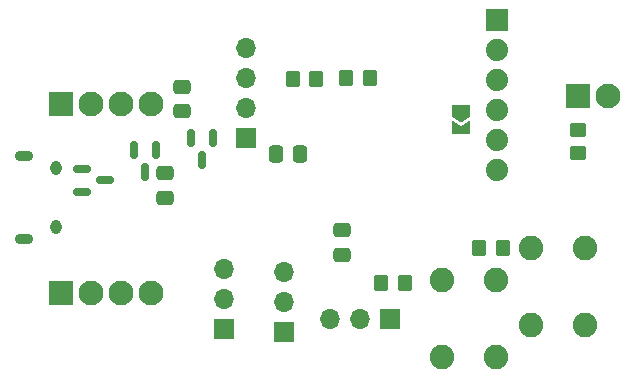
<source format=gbr>
%TF.GenerationSoftware,KiCad,Pcbnew,6.0.11-2627ca5db0~126~ubuntu22.04.1*%
%TF.CreationDate,2023-02-28T18:34:57-05:00*%
%TF.ProjectId,canbus-thermistor,63616e62-7573-42d7-9468-65726d697374,1.0*%
%TF.SameCoordinates,Original*%
%TF.FileFunction,Soldermask,Bot*%
%TF.FilePolarity,Negative*%
%FSLAX46Y46*%
G04 Gerber Fmt 4.6, Leading zero omitted, Abs format (unit mm)*
G04 Created by KiCad (PCBNEW 6.0.11-2627ca5db0~126~ubuntu22.04.1) date 2023-02-28 18:34:57*
%MOMM*%
%LPD*%
G01*
G04 APERTURE LIST*
G04 Aperture macros list*
%AMRoundRect*
0 Rectangle with rounded corners*
0 $1 Rounding radius*
0 $2 $3 $4 $5 $6 $7 $8 $9 X,Y pos of 4 corners*
0 Add a 4 corners polygon primitive as box body*
4,1,4,$2,$3,$4,$5,$6,$7,$8,$9,$2,$3,0*
0 Add four circle primitives for the rounded corners*
1,1,$1+$1,$2,$3*
1,1,$1+$1,$4,$5*
1,1,$1+$1,$6,$7*
1,1,$1+$1,$8,$9*
0 Add four rect primitives between the rounded corners*
20,1,$1+$1,$2,$3,$4,$5,0*
20,1,$1+$1,$4,$5,$6,$7,0*
20,1,$1+$1,$6,$7,$8,$9,0*
20,1,$1+$1,$8,$9,$2,$3,0*%
%AMFreePoly0*
4,1,6,1.000000,0.000000,0.500000,-0.750000,-0.500000,-0.750000,-0.500000,0.750000,0.500000,0.750000,1.000000,0.000000,1.000000,0.000000,$1*%
%AMFreePoly1*
4,1,6,0.500000,-0.750000,-0.650000,-0.750000,-0.150000,0.000000,-0.650000,0.750000,0.500000,0.750000,0.500000,-0.750000,0.500000,-0.750000,$1*%
G04 Aperture macros list end*
%ADD10R,1.700000X1.700000*%
%ADD11O,1.700000X1.700000*%
%ADD12R,2.100000X2.100000*%
%ADD13C,2.100000*%
%ADD14C,2.082800*%
%ADD15R,1.879600X1.879600*%
%ADD16C,1.879600*%
%ADD17O,0.950000X1.250000*%
%ADD18O,1.550000X0.890000*%
%ADD19RoundRect,0.250000X-0.337500X-0.475000X0.337500X-0.475000X0.337500X0.475000X-0.337500X0.475000X0*%
%ADD20RoundRect,0.150000X-0.150000X0.587500X-0.150000X-0.587500X0.150000X-0.587500X0.150000X0.587500X0*%
%ADD21RoundRect,0.250000X0.350000X0.450000X-0.350000X0.450000X-0.350000X-0.450000X0.350000X-0.450000X0*%
%ADD22RoundRect,0.250000X0.475000X-0.337500X0.475000X0.337500X-0.475000X0.337500X-0.475000X-0.337500X0*%
%ADD23RoundRect,0.250000X0.450000X-0.350000X0.450000X0.350000X-0.450000X0.350000X-0.450000X-0.350000X0*%
%ADD24RoundRect,0.250000X-0.350000X-0.450000X0.350000X-0.450000X0.350000X0.450000X-0.350000X0.450000X0*%
%ADD25RoundRect,0.250000X-0.475000X0.337500X-0.475000X-0.337500X0.475000X-0.337500X0.475000X0.337500X0*%
%ADD26RoundRect,0.150000X-0.587500X-0.150000X0.587500X-0.150000X0.587500X0.150000X-0.587500X0.150000X0*%
%ADD27FreePoly0,270.000000*%
%ADD28FreePoly1,270.000000*%
G04 APERTURE END LIST*
D10*
%TO.C,JP1*%
X73400000Y-97140000D03*
D11*
X73400000Y-94600000D03*
X73400000Y-92060000D03*
%TD*%
D12*
%TO.C,J5*%
X59625000Y-94100000D03*
D13*
X62165000Y-94100000D03*
X64705000Y-94100000D03*
X67245000Y-94100000D03*
%TD*%
D10*
%TO.C,J6*%
X87490000Y-96350000D03*
D11*
X84950000Y-96350000D03*
X82410000Y-96350000D03*
%TD*%
D14*
%TO.C,S1*%
X96435600Y-92998800D03*
X96435600Y-99501200D03*
X91914400Y-92998800D03*
X91914400Y-99501200D03*
%TD*%
D15*
%TO.C,J2*%
X96500000Y-70990000D03*
D16*
X96500000Y-73530000D03*
X96500000Y-76070000D03*
X96500000Y-78610000D03*
X96500000Y-81150000D03*
X96500000Y-83690000D03*
%TD*%
D12*
%TO.C,J4*%
X59660000Y-78075000D03*
D13*
X62200000Y-78075000D03*
X64740000Y-78075000D03*
X67280000Y-78075000D03*
%TD*%
D10*
%TO.C,U3*%
X75247300Y-81002600D03*
D11*
X75247300Y-78462600D03*
X75247300Y-75922600D03*
X75247300Y-73382600D03*
%TD*%
D14*
%TO.C,S2*%
X103960600Y-90323800D03*
X103960600Y-96826200D03*
X99439400Y-90323800D03*
X99439400Y-96826200D03*
%TD*%
D17*
%TO.C,J1*%
X59210000Y-83550000D03*
D18*
X56510000Y-82550000D03*
X56510000Y-89550000D03*
D17*
X59210000Y-88550000D03*
%TD*%
D12*
%TO.C,J3*%
X103350000Y-77425000D03*
D13*
X105890000Y-77425000D03*
%TD*%
D10*
%TO.C,JP2*%
X78525000Y-97425000D03*
D11*
X78525000Y-94885000D03*
X78525000Y-92345000D03*
%TD*%
D19*
%TO.C,C7*%
X77787500Y-82300000D03*
X79862500Y-82300000D03*
%TD*%
D20*
%TO.C,U1*%
X65775000Y-81987500D03*
X67675000Y-81987500D03*
X66725000Y-83862500D03*
%TD*%
D21*
%TO.C,R1*%
X88750000Y-93250000D03*
X86750000Y-93250000D03*
%TD*%
D22*
%TO.C,C1*%
X83450000Y-90887500D03*
X83450000Y-88812500D03*
%TD*%
D23*
%TO.C,R7*%
X103375000Y-82275000D03*
X103375000Y-80275000D03*
%TD*%
D22*
%TO.C,C4*%
X69900000Y-78712500D03*
X69900000Y-76637500D03*
%TD*%
D24*
%TO.C,R3*%
X79225000Y-75950000D03*
X81225000Y-75950000D03*
%TD*%
D25*
%TO.C,C2*%
X68425000Y-83950000D03*
X68425000Y-86025000D03*
%TD*%
D26*
%TO.C,Q2*%
X61437500Y-85525000D03*
X61437500Y-83625000D03*
X63312500Y-84575000D03*
%TD*%
D24*
%TO.C,R4*%
X83775000Y-75925000D03*
X85775000Y-75925000D03*
%TD*%
D20*
%TO.C,Q1*%
X70600000Y-81000000D03*
X72500000Y-81000000D03*
X71550000Y-82875000D03*
%TD*%
D27*
%TO.C,JP3*%
X93475000Y-78700000D03*
D28*
X93475000Y-80150000D03*
%TD*%
D24*
%TO.C,R2*%
X95000000Y-90325000D03*
X97000000Y-90325000D03*
%TD*%
M02*

</source>
